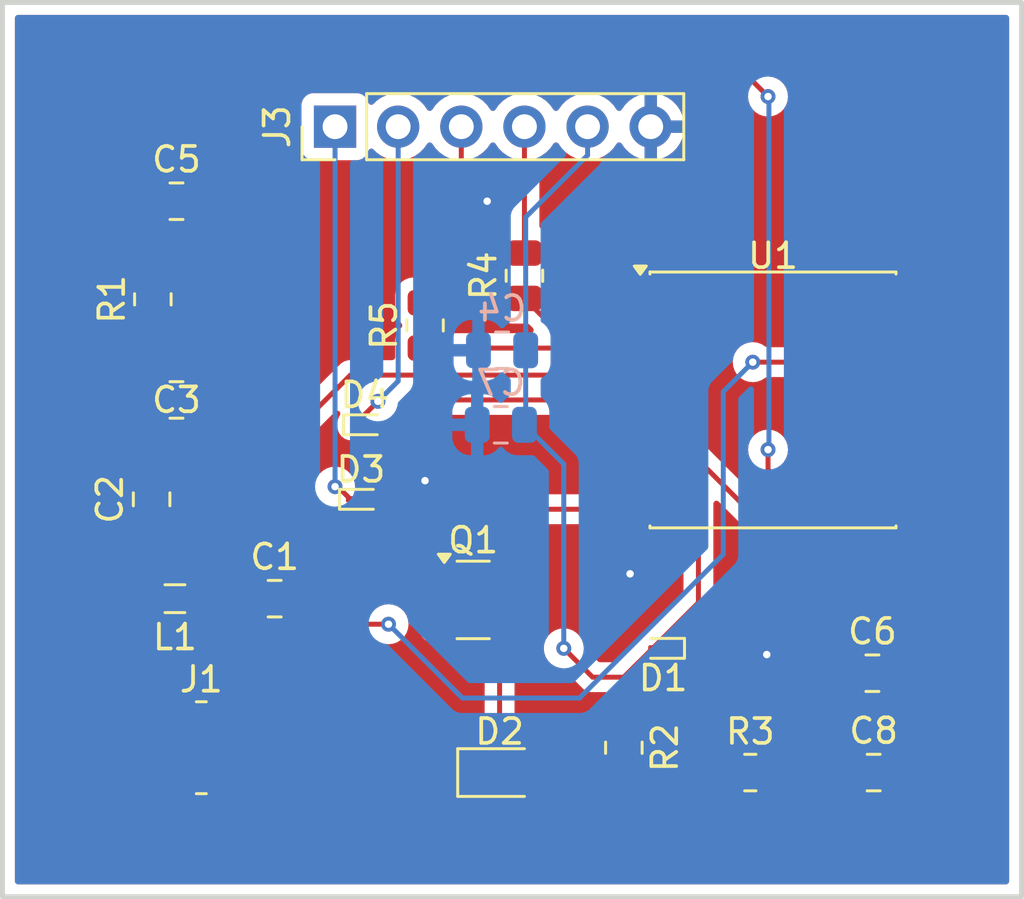
<source format=kicad_pcb>
(kicad_pcb (version 20240108) (generator "pcbnew") (generator_version "8.0")
  (layers (0 "F.Cu" signal) (31 "B.Cu" signal) (34 "B.Paste" user) (35 "F.Paste" user) (36 "B.SilkS" user "B.Silkscreen") (37 "F.SilkS" user "F.Silkscreen") (38 "B.Mask" user) (39 "F.Mask" user) (44 "Edge.Cuts" user))
  (net 0 "")
  (net 1 "VCC_RF")
  (net 2 "GND")
  (net 3 "Net-(C2-Pad2)")
  (net 4 "Net-(J1-In)")
  (net 5 "VDD_3.3V")
  (net 6 "RF_IN")
  (net 7 "V_BCKP")
  (net 8 "Net-(D2-A)")
  (net 9 "Net-(D2-K)")
  (net 10 "Net-(D3A-A)")
  (net 11 "Net-(D4A-A)")
  (net 12 "GPS_TX")
  (net 13 "GPS_RX")
  (net 14 "1PPS")
  (net 15 "Net-(D1A-K)")
  (net 16 "Net-(U1-TXD1)")
  (net 17 "Net-(U1-RXD1)")
  (net 23 "ANTON_GPS")
  (net 24 "standby")
  (net 25 "GPS_reset")
  (footprint "Diode_SMD:D_SOD-923" (layer "F.Cu") (at 155.58 90 180)
    (property "Reference" "D1" (at 0 -1.2 0) (layer "F.SilkS"))
    (property "Value" "RB521CM-30")
    (fp_line (start 0.5 0.4) (end -0.86 0.4) (stroke (width 0.12)) (layer "F.SilkS"))
    (fp_line (start 0.5 -0.4) (end -0.86 -0.4) (stroke (width 0.12)) (layer "F.SilkS"))
    (fp_line (start -0.86 -0.4) (end -0.86 0.4) (stroke (width 0.12)) (layer "F.SilkS"))
    (pad "1" smd roundrect (at -0.42 0) (size 0.36 0.25) (layers "F.Cu" "F.Paste" "F.Mask") (net 15 "Net-(D1A-K)"))
    (pad "2" smd roundrect (at 0.42 0) (size 0.36 0.25) (layers "F.Cu" "F.Paste" "F.Mask") (net 5 "VDD_3.3V"))
  )
  (footprint "Resistor_SMD:R_0805_2012Metric" (layer "F.Cu") (at 146 77 90)
    (property "Reference" "R5" (at 0 -1.65 90) (layer "F.SilkS"))
    (property "Value" "100R")
    (fp_line (start -0.227064 -0.735) (end 0.227064 -0.735) (stroke (width 0.12)) (layer "F.SilkS"))
    (fp_line (start -0.227064 0.735) (end 0.227064 0.735) (stroke (width 0.12)) (layer "F.SilkS"))
    (pad "1" smd roundrect (at -0.9125 0 90) (size 1.025 1.4) (layers "F.Cu" "F.Paste" "F.Mask") (roundrect_rratio 0.243902) (net 17 "Net-(U1-RXD1)"))
    (pad "2" smd roundrect (at 0.9125 0 90) (size 1.025 1.4) (layers "F.Cu" "F.Paste" "F.Mask") (roundrect_rratio 0.243902) (net 13 "GPS_RX"))
  )
  (footprint "Capacitor_SMD:C_0805_2012Metric" (layer "F.Cu") (at 136 72)
    (property "Reference" "C5" (at 0 -1.68 0) (layer "F.SilkS"))
    (property "Value" "DNP_0805")
    (fp_line (start -0.261252 -0.735) (end 0.261252 -0.735) (stroke (width 0.12)) (layer "F.SilkS"))
    (fp_line (start -0.261252 0.735) (end 0.261252 0.735) (stroke (width 0.12)) (layer "F.SilkS"))
    (pad "1" smd roundrect (at -0.95 0) (size 1 1.45) (layers "F.Cu" "F.Paste" "F.Mask") (net 6 "RF_IN"))
    (pad "2" smd roundrect (at 0.95 0) (size 1 1.45) (layers "F.Cu" "F.Paste" "F.Mask") (net 2 "GND"))
  )
  (footprint "Diode_SMD:D_SOD-923" (layer "F.Cu") (at 143.42 84)
    (property "Reference" "D3" (at 0 -1.2 0) (layer "F.SilkS"))
    (property "Value" "RB521CM-30")
    (fp_line (start -0.86 -0.4) (end -0.86 0.4) (stroke (width 0.12)) (layer "F.SilkS"))
    (fp_line (start 0.5 -0.4) (end -0.86 -0.4) (stroke (width 0.12)) (layer "F.SilkS"))
    (fp_line (start 0.5 0.4) (end -0.86 0.4) (stroke (width 0.12)) (layer "F.SilkS"))
    (pad "1" smd roundrect (at -0.42 0 180) (size 0.36 0.25) (layers "F.Cu" "F.Paste" "F.Mask") (net 25 "GPS_reset"))
    (pad "2" smd roundrect (at 0.42 0 180) (size 0.36 0.25) (layers "F.Cu" "F.Paste" "F.Mask") (net 10 "Net-(D3A-A)"))
  )
  (footprint "LED_SMD:LED_0805_2012Metric" (layer "F.Cu") (at 149 95)
    (property "Reference" "D2" (at 0 -1.65 0) (layer "F.SilkS"))
    (property "Value" "LED")
    (fp_line (start -1.685 -0.96) (end -1.685 0.96) (stroke (width 0.12)) (layer "F.SilkS"))
    (fp_line (start -1.685 0.96) (end 1 0.96) (stroke (width 0.12)) (layer "F.SilkS"))
    (fp_line (start 1 -0.96) (end -1.685 -0.96) (stroke (width 0.12)) (layer "F.SilkS"))
    (pad "1" smd roundrect (at -0.9375 0) (size 0.975 1.4) (layers "F.Cu" "F.Paste" "F.Mask") (net 9 "Net-(D2-K)"))
    (pad "2" smd roundrect (at 0.9375 0) (size 0.975 1.4) (layers "F.Cu" "F.Paste" "F.Mask") (net 8 "Net-(D2-A)"))
  )
  (footprint "Capacitor_SMD:C_0805_2012Metric" (layer "F.Cu") (at 164.05 95)
    (property "Reference" "C8" (at 0 -1.68 0) (layer "F.SilkS"))
    (property "Value" "100nF")
    (fp_line (start -0.261252 -0.735) (end 0.261252 -0.735) (stroke (width 0.12)) (layer "F.SilkS"))
    (fp_line (start -0.261252 0.735) (end 0.261252 0.735) (stroke (width 0.12)) (layer "F.SilkS"))
    (pad "1" smd roundrect (at -0.95 0) (size 1 1.45) (layers "F.Cu" "F.Paste" "F.Mask") (net 7 "V_BCKP"))
    (pad "2" smd roundrect (at 0.95 0) (size 1 1.45) (layers "F.Cu" "F.Paste" "F.Mask") (net 2 "GND"))
  )
  (footprint "Capacitor_SMD:C_0805_2012Metric" (layer "F.Cu") (at 164 91)
    (property "Reference" "C6" (at 0 -1.68 0) (layer "F.SilkS"))
    (property "Value" "4.7µF")
    (fp_line (start -0.261252 -0.735) (end 0.261252 -0.735) (stroke (width 0.12)) (layer "F.SilkS"))
    (fp_line (start -0.261252 0.735) (end 0.261252 0.735) (stroke (width 0.12)) (layer "F.SilkS"))
    (pad "1" smd roundrect (at -0.95 0) (size 1 1.45) (layers "F.Cu" "F.Paste" "F.Mask") (net 7 "V_BCKP"))
    (pad "2" smd roundrect (at 0.95 0) (size 1 1.45) (layers "F.Cu" "F.Paste" "F.Mask") (net 2 "GND"))
  )
  (footprint "Inductor_SMD:L_0805_2012Metric" (layer "F.Cu") (at 135.9375 88 180)
    (property "Reference" "L1" (at 0 -1.55 0) (layer "F.SilkS"))
    (property "Value" "47nH")
    (fp_line (start -0.399622 0.56) (end 0.399622 0.56) (stroke (width 0.12)) (layer "F.SilkS"))
    (fp_line (start -0.399622 -0.56) (end 0.399622 -0.56) (stroke (width 0.12)) (layer "F.SilkS"))
    (pad "1" smd roundrect (at -1.0625 0 180) (size 0.875 1.2) (layers "F.Cu" "F.Paste" "F.Mask") (net 1 "VCC_RF"))
    (pad "2" smd roundrect (at 1.0625 0 180) (size 0.875 1.2) (layers "F.Cu" "F.Paste" "F.Mask") (net 4 "Net-(J1-In)"))
  )
  (footprint "Resistor_SMD:R_0805_2012Metric" (layer "F.Cu") (at 150 75 90)
    (property "Reference" "R4" (at 0 -1.65 90) (layer "F.SilkS"))
    (property "Value" "100R")
    (fp_line (start -0.227064 -0.735) (end 0.227064 -0.735) (stroke (width 0.12)) (layer "F.SilkS"))
    (fp_line (start -0.227064 0.735) (end 0.227064 0.735) (stroke (width 0.12)) (layer "F.SilkS"))
    (pad "1" smd roundrect (at -0.9125 0 90) (size 1.025 1.4) (layers "F.Cu" "F.Paste" "F.Mask") (roundrect_rratio 0.243902) (net 16 "Net-(U1-TXD1)"))
    (pad "2" smd roundrect (at 0.9125 0 90) (size 1.025 1.4) (layers "F.Cu" "F.Paste" "F.Mask") (roundrect_rratio 0.243902) (net 12 "GPS_TX"))
  )
  (footprint "Package_TO_SOT_SMD:SOT-23" (layer "F.Cu") (at 147.9375 88.05)
    (property "Reference" "Q1" (at 0 -2.4 0) (layer "F.SilkS"))
    (property "Value" "IRLML6244")
    (fp_line (start 0 -1.56) (end -0.65 -1.56) (stroke (width 0.12)) (layer "F.SilkS"))
    (fp_line (start 0 -1.56) (end 0.65 -1.56) (stroke (width 0.12)) (layer "F.SilkS"))
    (fp_line (start 0 1.56) (end -0.65 1.56) (stroke (width 0.12)) (layer "F.SilkS"))
    (fp_line (start 0 1.56) (end 0.65 1.56) (stroke (width 0.12)) (layer "F.SilkS"))
    (fp_poly (pts (xy -1.1625 -1.51) (xy -1.4025 -1.84) (xy -0.9225 -1.84) (xy -1.1625 -1.51)) (stroke (width 0.12)) (fill solid) (layer "F.SilkS"))
    (pad "1" smd roundrect (at -0.9375 -0.95) (size 1.475 0.6) (layers "F.Cu" "F.Paste" "F.Mask") (net 14 "1PPS"))
    (pad "2" smd roundrect (at -0.9375 0.95) (size 1.475 0.6) (layers "F.Cu" "F.Paste" "F.Mask") (net 2 "GND"))
    (pad "3" smd roundrect (at 0.9375 0) (size 1.475 0.6) (layers "F.Cu" "F.Paste" "F.Mask") (net 9 "Net-(D2-K)"))
  )
  (footprint "Capacitor_SMD:C_0805_2012Metric" (layer "F.Cu") (at 139.95 88)
    (property "Reference" "C1" (at 0 -1.68 0) (layer "F.SilkS"))
    (property "Value" "100nF")
    (fp_line (start -0.261252 -0.735) (end 0.261252 -0.735) (stroke (width 0.12)) (layer "F.SilkS"))
    (fp_line (start -0.261252 0.735) (end 0.261252 0.735) (stroke (width 0.12)) (layer "F.SilkS"))
    (pad "1" smd roundrect (at -0.95 0) (size 1 1.45) (layers "F.Cu" "F.Paste" "F.Mask") (net 1 "VCC_RF"))
    (pad "2" smd roundrect (at 0.95 0) (size 1 1.45) (layers "F.Cu" "F.Paste" "F.Mask") (net 2 "GND"))
  )
  (footprint "Capacitor_SMD:C_0805_2012Metric" (layer "F.Cu") (at 136 80)
    (property "Reference" "C3" (at 0 0 0) (layer "F.SilkS"))
    (property "Value" "DNP_0805")
    (fp_line (start -0.261252 -0.735) (end 0.261252 -0.735) (stroke (width 0.12)) (layer "F.SilkS"))
    (fp_line (start -0.261252 0.735) (end 0.261252 0.735) (stroke (width 0.12)) (layer "F.SilkS"))
    (pad "1" smd roundrect (at -0.95 0) (size 1 1.45) (layers "F.Cu" "F.Paste" "F.Mask") (net 3 "Net-(C2-Pad2)"))
    (pad "2" smd roundrect (at 0.95 0) (size 1 1.45) (layers "F.Cu" "F.Paste" "F.Mask") (net 2 "GND"))
  )
  (footprint "Capacitor_SMD:C_0805_2012Metric" (layer "F.Cu") (at 135 84 90)
    (property "Reference" "C2" (at 0 -1.68 90) (layer "F.SilkS"))
    (property "Value" "100pF")
    (fp_line (start -0.261252 -0.735) (end 0.261252 -0.735) (stroke (width 0.12)) (layer "F.SilkS"))
    (fp_line (start -0.261252 0.735) (end 0.261252 0.735) (stroke (width 0.12)) (layer "F.SilkS"))
    (pad "1" smd roundrect (at -0.95 0 90) (size 1 1.45) (layers "F.Cu" "F.Paste" "F.Mask") (net 4 "Net-(J1-In)"))
    (pad "2" smd roundrect (at 0.95 0 90) (size 1 1.45) (layers "F.Cu" "F.Paste" "F.Mask") (net 3 "Net-(C2-Pad2)"))
  )
  (footprint "Resistor_SMD:R_0805_2012Metric" (layer "F.Cu") (at 135.05 75.95 90)
    (property "Reference" "R1" (at 0 -1.65 90) (layer "F.SilkS"))
    (property "Value" "0R")
    (fp_line (start -0.227064 -0.735) (end 0.227064 -0.735) (stroke (width 0.12)) (layer "F.SilkS"))
    (fp_line (start -0.227064 0.735) (end 0.227064 0.735) (stroke (width 0.12)) (layer "F.SilkS"))
    (pad "1" smd roundrect (at -0.9125 0 90) (size 1.025 1.4) (layers "F.Cu" "F.Paste" "F.Mask") (roundrect_rratio 0.243902) (net 3 "Net-(C2-Pad2)"))
    (pad "2" smd roundrect (at 0.9125 0 90) (size 1.025 1.4) (layers "F.Cu" "F.Paste" "F.Mask") (roundrect_rratio 0.243902) (net 6 "RF_IN"))
  )
  (footprint "RF_GPS:Quectel_L76" (layer "F.Cu") (at 160 80)
    (property "Reference" "U1" (at 0 -5.8 0) (layer "F.SilkS"))
    (property "Value" "L76-R")
    (fp_line (start -4.95 -5.07) (end -4.95 -5.15) (stroke (width 0.12)) (layer "F.SilkS"))
    (fp_line (start -4.95 5.07) (end -4.95 5.15) (stroke (width 0.12)) (layer "F.SilkS"))
    (fp_line (start -4.95 5.15) (end 4.95 5.15) (stroke (width 0.12)) (layer "F.SilkS"))
    (fp_line (start 4.95 -5.15) (end -4.95 -5.15) (stroke (width 0.12)) (layer "F.SilkS"))
    (fp_line (start 4.95 -5.07) (end 4.95 -5.15) (stroke (width 0.12)) (layer "F.SilkS"))
    (fp_line (start 4.95 5.07) (end 4.95 5.15) (stroke (width 0.12)) (layer "F.SilkS"))
    (fp_poly (pts (xy -5.34 -5.06) (xy -5.58 -5.39) (xy -5.1 -5.39) (xy -5.34 -5.06)) (stroke (width 0.12)) (fill solid) (layer "F.SilkS"))
    (pad "1" smd roundrect (at -4.85 -4.4) (size 1.8 0.8) (layers "F.Cu" "F.Paste" "F.Mask") (net 2 "GND"))
    (pad "2" smd roundrect (at -4.85 -3.3) (size 1.8 0.8) (layers "F.Cu" "F.Paste" "F.Mask") (net 16 "Net-(U1-TXD1)"))
    (pad "3" smd roundrect (at -4.85 -2.2) (size 1.8 0.8) (layers "F.Cu" "F.Paste" "F.Mask") (net 17 "Net-(U1-RXD1)"))
    (pad "4" smd roundrect (at -4.85 -1.1) (size 1.8 0.8) (layers "F.Cu" "F.Paste" "F.Mask") (net 14 "1PPS"))
    (pad "5" smd roundrect (at -4.85 0) (size 1.8 0.8) (layers "F.Cu" "F.Paste" "F.Mask") (net 11 "Net-(D4A-A)"))
    (pad "6" smd roundrect (at -4.85 1.1) (size 1.8 0.8) (layers "F.Cu" "F.Paste" "F.Mask") (net 7 "V_BCKP"))
    (pad "7" smd roundrect (at -4.85 2.2) (size 1.8 0.8) (layers "F.Cu" "F.Paste" "F.Mask"))
    (pad "8" smd roundrect (at -4.85 3.3) (size 1.8 0.8) (layers "F.Cu" "F.Paste" "F.Mask") (net 5 "VDD_3.3V"))
    (pad "9" smd roundrect (at -4.85 4.4) (size 1.8 0.8) (layers "F.Cu" "F.Paste" "F.Mask") (net 10 "Net-(D3A-A)"))
    (pad "10" smd roundrect (at 4.85 4.4) (size 1.8 0.8) (layers "F.Cu" "F.Paste" "F.Mask") (net 2 "GND"))
    (pad "11" smd roundrect (at 4.85 3.3) (size 1.8 0.8) (layers "F.Cu" "F.Paste" "F.Mask") (net 6 "RF_IN"))
    (pad "12" smd roundrect (at 4.85 2.2) (size 1.8 0.8) (layers "F.Cu" "F.Paste" "F.Mask") (net 2 "GND"))
    (pad "13" smd roundrect (at 4.85 1.1) (size 1.8 0.8) (layers "F.Cu" "F.Paste" "F.Mask") (net 23 "ANTON_GPS"))
    (pad "14" smd roundrect (at 4.85 0) (size 1.8 0.8) (layers "F.Cu" "F.Paste" "F.Mask") (net 1 "VCC_RF"))
    (pad "15" smd roundrect (at 4.85 -1.1) (size 1.8 0.8) (layers "F.Cu" "F.Paste" "F.Mask"))
    (pad "16" smd roundrect (at 4.85 -2.2) (size 1.8 0.8) (layers "F.Cu" "F.Paste" "F.Mask"))
    (pad "17" smd roundrect (at 4.85 -3.3) (size 1.8 0.8) (layers "F.Cu" "F.Paste" "F.Mask"))
    (pad "18" smd roundrect (at 4.85 -4.4) (size 1.8 0.8) (layers "F.Cu" "F.Paste" "F.Mask"))
  )
  (footprint "Connector_Coaxial:WR-MMCX_Wuerth_66012102111404_Vertical" (layer "F.Cu") (at 137 94)
    (property "Reference" "J1" (at 0 -2.75 0) (layer "F.SilkS"))
    (property "Value" "Antenne_GPS")
    (fp_line (start -0.2 -1.85) (end 0.2 -1.85) (stroke (width 0.12)) (layer "F.SilkS"))
    (fp_line (start 0.2 1.85) (end -0.2 1.85) (stroke (width 0.12)) (layer "F.SilkS"))
    (pad "1" smd circle (at 0 0) (size 1.47 1.47) (layers "F.Cu" "F.Paste" "F.Mask") (net 4 "Net-(J1-In)"))
    (pad "2" smd custom (at -1.71 0) (size 0.5 0.5) (layers "F.Cu" "F.Mask") (net 2 "GND") (options (clearance outline) (anchor circle)) (primitives (gr_poly (pts (xy -0.395 -2.11) (xy -0.395 2.11) (xy 1.175 2.11) (xy 1.175 1.1793) (xy 1.072058 1.129954) (xy 0.883921 1.000689) (xy 0.721347 0.840456) (xy 0.589367 0.654213) (xy 0.492065 0.447725) (xy 0.432453 0.227381) (xy 0.412375 0) (xy 0.432453 -0.227381) (xy 0.492065 -0.447725) (xy 0.589367 -0.654213) (xy 0.721347 -0.840456) (xy 0.883921 -1.000689) (xy 1.072058 -1.129954) (xy 1.175 -1.1793) (xy 1.175 -2.11)) (width 0.001) (fill yes))))
    (pad "2" smd custom (at 1.67 0) (size 0.5 0.5) (layers "F.Cu" "F.Mask") (net 2 "GND") (options (clearance outline) (anchor circle)) (primitives (gr_poly (pts (xy -0.452065 -0.447725) (xy -0.392453 -0.227381) (xy -0.372375 0) (xy -0.392453 0.227381) (xy -0.452065 0.447725) (xy -0.549367 0.654213) (xy -0.681347 0.840456) (xy -0.843921 1.000689) (xy -1.032058 1.129954) (xy -1.135 1.1793) (xy -1.135 2.11) (xy 0.435 2.11) (xy 0.435 -2.11) (xy -1.135 -2.11) (xy -1.135 -1.1793) (xy -1.032058 -1.129954) (xy -0.843921 -1.000689) (xy -0.681347 -0.840456) (xy -0.549367 -0.654213)) (width 0.001) (fill yes))))
  )
  (footprint "Resistor_SMD:R_0805_2012Metric" (layer "F.Cu") (at 159.0875 95)
    (property "Reference" "R3" (at 0 -1.65 0) (layer "F.SilkS"))
    (property "Value" "1K")
    (fp_line (start -0.227064 -0.735) (end 0.227064 -0.735) (stroke (width 0.12)) (layer "F.SilkS"))
    (fp_line (start -0.227064 0.735) (end 0.227064 0.735) (stroke (width 0.12)) (layer "F.SilkS"))
    (pad "1" smd roundrect (at -0.9125 0) (size 1.025 1.4) (layers "F.Cu" "F.Paste" "F.Mask") (roundrect_rratio 0.243902) (net 15 "Net-(D1A-K)"))
    (pad "2" smd roundrect (at 0.9125 0) (size 1.025 1.4) (layers "F.Cu" "F.Paste" "F.Mask") (roundrect_rratio 0.243902) (net 7 "V_BCKP"))
  )
  (footprint "Connector_PinHeader_2.54mm:PinHeader_1x06_P2.54mm_Vertical" (layer "F.Cu") (at 142.38 69 90)
    (property "Reference" "J3" (at 0 -2.33 90) (layer "F.SilkS"))
    (property "Value" "Conn_01x06_Pin")
    (fp_line (start -1.33 -1.33) (end 0 -1.33) (stroke (width 0.12)) (layer "F.SilkS"))
    (fp_line (start -1.33 0) (end -1.33 -1.33) (stroke (width 0.12)) (layer "F.SilkS"))
    (fp_line (start 1.33 1.27) (end 1.33 14.03) (stroke (width 0.12)) (layer "F.SilkS"))
    (fp_line (start -1.33 1.27) (end 1.33 1.27) (stroke (width 0.12)) (layer "F.SilkS"))
    (fp_line (start -1.33 1.27) (end -1.33 14.03) (stroke (width 0.12)) (layer "F.SilkS"))
    (fp_line (start -1.33 14.03) (end 1.33 14.03) (stroke (width 0.12)) (layer "F.SilkS"))
    (pad "1" thru_hole rect (at 0 0 90) (size 1.7 1.7) (drill 1) (layers "*.Cu" "*.Mask") (net 25 "GPS_reset"))
    (pad "2" thru_hole oval (at 0 2.54 90) (size 1.7 1.7) (drill 1) (layers "*.Cu" "*.Mask") (net 24 "standby"))
    (pad "3" thru_hole oval (at 0 5.08 90) (size 1.7 1.7) (drill 1) (layers "*.Cu" "*.Mask") (net 13 "GPS_RX"))
    (pad "4" thru_hole oval (at 0 7.62 90) (size 1.7 1.7) (drill 1) (layers "*.Cu" "*.Mask") (net 12 "GPS_TX"))
    (pad "5" thru_hole oval (at 0 10.16 90) (size 1.7 1.7) (drill 1) (layers "*.Cu" "*.Mask") (net 5 "VDD_3.3V"))
    (pad "6" thru_hole oval (at 0 12.7 90) (size 1.7 1.7) (drill 1) (layers "*.Cu" "*.Mask") (net 2 "GND"))
  )
  (footprint "Diode_SMD:D_SOD-923" (layer "F.Cu") (at 143.58 81)
    (property "Reference" "D4" (at 0 -1.2 0) (layer "F.SilkS"))
    (property "Value" "RB521CM-30")
    (fp_line (start -0.86 -0.4) (end -0.86 0.4) (stroke (width 0.12)) (layer "F.SilkS"))
    (fp_line (start 0.5 -0.4) (end -0.86 -0.4) (stroke (width 0.12)) (layer "F.SilkS"))
    (fp_line (start 0.5 0.4) (end -0.86 0.4) (stroke (width 0.12)) (layer "F.SilkS"))
    (pad "1" smd roundrect (at -0.42 0 180) (size 0.36 0.25) (layers "F.Cu" "F.Paste" "F.Mask") (net 24 "standby"))
    (pad "2" smd roundrect (at 0.42 0 180) (size 0.36 0.25) (layers "F.Cu" "F.Paste" "F.Mask") (net 11 "Net-(D4A-A)"))
  )
  (footprint "Resistor_SMD:R_0805_2012Metric" (layer "F.Cu") (at 154 94 -90)
    (property "Reference" "R2" (at 0 -1.65 90) (layer "F.SilkS"))
    (property "Value" "330R")
    (fp_line (start -0.227064 0.735) (end 0.227064 0.735) (stroke (width 0.12)) (layer "F.SilkS"))
    (fp_line (start -0.227064 -0.735) (end 0.227064 -0.735) (stroke (width 0.12)) (layer "F.SilkS"))
    (pad "1" smd roundrect (at -0.9125 0 270) (size 1.025 1.4) (layers "F.Cu" "F.Paste" "F.Mask") (roundrect_rratio 0.243902) (net 5 "VDD_3.3V"))
    (pad "2" smd roundrect (at 0.9125 0 270) (size 1.025 1.4) (layers "F.Cu" "F.Paste" "F.Mask") (roundrect_rratio 0.243902) (net 8 "Net-(D2-A)"))
  )
  (footprint "Capacitor_SMD:C_0805_2012Metric" (layer "B.Cu") (at 149.05 81 180)
    (property "Reference" "C7" (at 0 1.68 0) (layer "B.SilkS") (effects (justify mirror)))
    (property "Value" "100nF")
    (fp_line (start 0.261252 0.735) (end -0.261252 0.735) (stroke (width 0.12)) (layer "B.SilkS"))
    (fp_line (start 0.261252 -0.735) (end -0.261252 -0.735) (stroke (width 0.12)) (layer "B.SilkS"))
    (pad "1" smd roundrect (at -0.95 0 180) (size 1 1.45) (layers "B.Cu" "B.Paste" "B.Mask") (net 5 "VDD_3.3V"))
    (pad "2" smd roundrect (at 0.95 0 180) (size 1 1.45) (layers "B.Cu" "B.Paste" "B.Mask") (net 2 "GND"))
  )
  (footprint "Capacitor_SMD:C_0805_2012Metric" (layer "B.Cu") (at 149.1 78 180)
    (property "Reference" "C4" (at 0 1.68 0) (layer "B.SilkS") (effects (justify mirror)))
    (property "Value" "4.7µF")
    (fp_line (start 0.261252 0.735) (end -0.261252 0.735) (stroke (width 0.12)) (layer "B.SilkS"))
    (fp_line (start 0.261252 -0.735) (end -0.261252 -0.735) (stroke (width 0.12)) (layer "B.SilkS"))
    (pad "1" smd roundrect (at -0.95 0 180) (size 1 1.45) (layers "B.Cu" "B.Paste" "B.Mask") (net 5 "VDD_3.3V"))
    (pad "2" smd roundrect (at 0.95 0 180) (size 1 1.45) (layers "B.Cu" "B.Paste" "B.Mask") (net 2 "GND"))
  )
  (gr_rect (start 129 64) (end 170 100) (stroke (width 0.2)) (fill none) (layer "Edge.Cuts"))
  (segment (start 140.0277 89.0277) (end 139 88) (width 0.2) (layer "F.Cu") (net 1))
  (segment (start 139 88) (end 137 88) (width 0.2) (layer "F.Cu") (net 1))
  (segment (start 161.4784 78.4784) (end 159.1862 78.4784) (width 0.2) (layer "F.Cu") (net 1))
  (segment (start 164.85 80) (end 163 80) (width 0.2) (layer "F.Cu") (net 1))
  (segment (start 144.5311 89.0277) (end 140.0277 89.0277) (width 0.2) (layer "F.Cu") (net 1))
  (segment (start 163 80) (end 161.4784 78.4784) (width 0.2) (layer "F.Cu") (net 1))
  (via (at 144.5311 89.0277) (size 0.6) (drill 0.3) (layers "F.Cu" "B.Cu") (net 1))
  (via (at 159.1862 78.4784) (size 0.6) (drill 0.3) (layers "F.Cu" "B.Cu") (net 1))
  (segment (start 159.1862 78.4784) (end 158 79.6646) (width 0.2) (layer "B.Cu") (net 1))
  (segment (start 147.5034 92) (end 144.5311 89.0277) (width 0.2) (layer "B.Cu") (net 1))
  (segment (start 158 79.6646) (end 158 86.2158) (width 0.2) (layer "B.Cu") (net 1))
  (segment (start 152.2158 92) (end 147.5034 92) (width 0.2) (layer "B.Cu") (net 1))
  (segment (start 158 86.2158) (end 152.2158 92) (width 0.2) (layer "B.Cu") (net 1))
  (segment (start 136.3473 95.0573) (end 137.6127 95.0573) (width 0.2) (layer "F.Cu") (net 2))
  (segment (start 164.85 82.2) (end 165.4158 82.2) (width 0.2) (layer "F.Cu") (net 2))
  (segment (start 164.95 91) (end 165 91.05) (width 0.2) (layer "F.Cu") (net 2))
  (segment (start 166.0986 83.7242) (end 165.4228 84.4) (width 0.2) (layer "F.Cu") (net 2))
  (segment (start 165.4158 82.2) (end 166.0986 82.8828) (width 0.2) (layer "F.Cu") (net 2))
  (segment (start 166.0986 82.8828) (end 166.0986 83.7242) (width 0.2) (layer "F.Cu") (net 2))
  (segment (start 155.08 75.0662) (end 155.08 75.53) (width 0.2) (layer "F.Cu") (net 2))
  (segment (start 136.95 76.9398) (end 136.95 80) (width 0.2) (layer "F.Cu") (net 2))
  (segment (start 135.29 94) (end 136.3473 95.0573) (width 0.2) (layer "F.Cu") (net 2))
  (segment (start 155.15 75.6) (end 155.6818 75.6) (width 0.2) (layer "F.Cu") (net 2))
  (segment (start 155.08 69) (end 155.08 75.0662) (width 0.2) (layer "F.Cu") (net 2))
  (segment (start 165.4228 84.4) (end 164.95 84.4) (width 0.2) (layer "F.Cu") (net 2))
  (segment (start 137.6127 95.0573) (end 138.67 94) (width 0.2) (layer "F.Cu") (net 2))
  (segment (start 164.95 84.4) (end 164.95 91) (width 0.2) (layer "F.Cu") (net 2))
  (segment (start 165 91.05) (end 165 95) (width 0.2) (layer "F.Cu") (net 2))
  (segment (start 136.95 72) (end 136.95 76.9398) (width 0.2) (layer "F.Cu") (net 2))
  (segment (start 155.08 75.53) (end 155.15 75.6) (width 0.2) (layer "F.Cu") (net 2))
  (segment (start 164.95 84.4) (end 164.85 84.4) (width 0.2) (layer "F.Cu") (net 2))
  (via (at 154.25 87) (size 0.6) (drill 0.3) (layers "F.Cu" "B.Cu") (net 2))
  (via (at 146 83.25) (size 0.6) (drill 0.3) (layers "F.Cu" "B.Cu") (net 2))
  (via (at 148.5 72) (size 0.6) (drill 0.3) (layers "F.Cu" "B.Cu") (net 2))
  (via (at 159.75 90.25) (size 0.6) (drill 0.3) (layers "F.Cu" "B.Cu") (net 2))
  (segment (start 148.1 78.05) (end 148.15 78) (width 0.2) (layer "B.Cu") (net 2))
  (segment (start 148.1 81) (end 148.1 78.05) (width 0.2) (layer "B.Cu") (net 2))
  (segment (start 135.05 83) (end 135.05 80) (width 0.2) (layer "F.Cu") (net 3))
  (segment (start 135 83.05) (end 135.05 83) (width 0.2) (layer "F.Cu") (net 3))
  (segment (start 135.05 80) (end 135.05 76.8625) (width 0.2) (layer "F.Cu") (net 3))
  (segment (start 135 84.95) (end 134.875 85.075) (width 0.2) (layer "F.Cu") (net 4))
  (segment (start 134.875 85.075) (end 134.875 88) (width 0.2) (layer "F.Cu") (net 4))
  (segment (start 137 94) (end 137 90.125) (width 0.2) (layer "F.Cu") (net 4))
  (segment (start 137 90.125) (end 134.875 88) (width 0.2) (layer "F.Cu") (net 4))
  (segment (start 157 84) (end 156.3 83.3) (width 0.2) (layer "F.Cu") (net 5))
  (segment (start 154.589075 90.570925) (end 154 91.16) (width 0.2) (layer "F.Cu") (net 5))
  (segment (start 155.16 90) (end 157 88.16) (width 0.2) (layer "F.Cu") (net 5))
  (segment (start 151.582 90) (end 152.742 91.16) (width 0.2) (layer "F.Cu") (net 5))
  (segment (start 154 91.16) (end 154 93.0875) (width 0.2) (layer "F.Cu") (net 5))
  (segment (start 156.3 83.3) (end 155.15 83.3) (width 0.2) (layer "F.Cu") (net 5))
  (segment (start 152.742 91.16) (end 154 91.16) (width 0.2) (layer "F.Cu") (net 5))
  (segment (start 157 88.16) (end 157 84) (width 0.2) (layer "F.Cu") (net 5))
  (segment (start 154 91.16) (end 155.16 90) (width 0.2) (layer "F.Cu") (net 5))
  (via (at 151.582 90) (size 0.6) (drill 0.3) (layers "F.Cu" "B.Cu") (net 5))
  (segment (start 151.582 82.582) (end 150 81) (width 0.2) (layer "B.Cu") (net 5))
  (segment (start 151.582 90) (end 151.582 82.582) (width 0.2) (layer "B.Cu") (net 5))
  (segment (start 150.05 80.95) (end 150.05 78) (width 0.2) (layer "B.Cu") (net 5))
  (segment (start 150.05 78) (end 150.05 72.6417) (width 0.2) (layer "B.Cu") (net 5))
  (segment (start 152.54 69) (end 152.54 70.1517) (width 0.2) (layer "B.Cu") (net 5))
  (segment (start 150.05 72.6417) (end 152.54 70.1517) (width 0.2) (layer "B.Cu") (net 5))
  (segment (start 150 81) (end 150.05 80.95) (width 0.2) (layer "B.Cu") (net 5))
  (segment (start 159.8005 82.8005) (end 160.65 83.65) (width 0.2) (layer "F.Cu") (net 6))
  (segment (start 135.05 72) (end 141.05 66) (width 0.2) (layer "F.Cu") (net 6))
  (segment (start 135.05 75.0375) (end 135.05 72) (width 0.2) (layer "F.Cu") (net 6))
  (segment (start 158.0138 66) (end 159.8005 67.7867) (width 0.2) (layer "F.Cu") (net 6))
  (segment (start 164.5 83.65) (end 164.85 83.3) (width 0.2) (layer "F.Cu") (net 6))
  (segment (start 141.05 66) (end 158.0138 66) (width 0.2) (layer "F.Cu") (net 6))
  (segment (start 160.65 83.65) (end 164.5 83.65) (width 0.2) (layer "F.Cu") (net 6))
  (segment (start 159.8005 82) (end 159.8005 82.8005) (width 0.2) (layer "F.Cu") (net 6))
  (via (at 159.8005 82) (size 0.6) (drill 0.3) (layers "F.Cu" "B.Cu") (net 6))
  (via (at 159.8005 67.7867) (size 0.6) (drill 0.3) (layers "F.Cu" "B.Cu") (net 6))
  (segment (start 159.8005 82) (end 159.8362 81.9643) (width 0.2) (layer "B.Cu") (net 6))
  (segment (start 159.8362 81.9643) (end 159.8362 67.8224) (width 0.2) (layer "B.Cu") (net 6))
  (segment (start 159.8362 67.8224) (end 159.8005 67.7867) (width 0.2) (layer "B.Cu") (net 6))
  (segment (start 163.1 95) (end 163.1 91.05) (width 0.2) (layer "F.Cu") (net 7))
  (segment (start 163.05 88.4777) (end 163.05 91) (width 0.2) (layer "F.Cu") (net 7))
  (segment (start 155.6723 81.1) (end 163.05 88.4777) (width 0.2) (layer "F.Cu") (net 7))
  (segment (start 163.1 95) (end 160 95) (width 0.2) (layer "F.Cu") (net 7))
  (segment (start 155.15 81.1) (end 155.6723 81.1) (width 0.2) (layer "F.Cu") (net 7))
  (segment (start 163.1 91.05) (end 163.05 91) (width 0.2) (layer "F.Cu") (net 7))
  (segment (start 149.9375 95) (end 153.9125 95) (width 0.2) (layer "F.Cu") (net 8))
  (segment (start 153.9125 95) (end 154 94.9125) (width 0.2) (layer "F.Cu") (net 8))
  (segment (start 148.0625 95) (end 149 94.0625) (width 0.2) (layer "F.Cu") (net 9))
  (segment (start 149 88.175) (end 148.875 88.05) (width 0.2) (layer "F.Cu") (net 9))
  (segment (start 149 94.0625) (end 149 88.175) (width 0.2) (layer "F.Cu") (net 9))
  (segment (start 144.24 84.4) (end 143.84 84) (width 0.2) (layer "F.Cu") (net 10))
  (segment (start 155.15 84.4) (end 144.24 84.4) (width 0.2) (layer "F.Cu") (net 10))
  (segment (start 144 81) (end 145 81) (width 0.2) (layer "F.Cu") (net 11))
  (segment (start 146 80) (end 155.15 80) (width 0.2) (layer "F.Cu") (net 11))
  (segment (start 145 81) (end 146 80) (width 0.2) (layer "F.Cu") (net 11))
  (segment (start 150 74.0875) (end 150 69) (width 0.2) (layer "F.Cu") (net 12))
  (segment (start 146 76.0875) (end 147.46 74.6275) (width 0.2) (layer "F.Cu") (net 13))
  (segment (start 147.46 74.6275) (end 147.46 69) (width 0.2) (layer "F.Cu") (net 13))
  (segment (start 155.05 79) (end 155.15 78.9) (width 0.2) (layer "F.Cu") (net 14))
  (segment (start 147 87.1) (end 144.1 87.1) (width 0.2) (layer "F.Cu") (net 14))
  (segment (start 141 81) (end 143 79) (width 0.2) (layer "F.Cu") (net 14))
  (segment (start 141 84) (end 141 81) (width 0.2) (layer "F.Cu") (net 14))
  (segment (start 144.1 87.1) (end 141 84) (width 0.2) (layer "F.Cu") (net 14))
  (segment (start 143 79) (end 155.05 79) (width 0.2) (layer "F.Cu") (net 14))
  (segment (start 156 90) (end 158.175 92.175) (width 0.2) (layer "F.Cu") (net 15))
  (segment (start 158.175 92.175) (end 158.175 95) (width 0.2) (layer "F.Cu") (net 15))
  (segment (start 150.7875 76.7) (end 155.15 76.7) (width 0.2) (layer "F.Cu") (net 16))
  (segment (start 150 75.9125) (end 150.7875 76.7) (width 0.2) (layer "F.Cu") (net 16))
  (segment (start 155.0375 77.9125) (end 155.15 77.8) (width 0.2) (layer "F.Cu") (net 17))
  (segment (start 146 77.9125) (end 155.0375 77.9125) (width 0.2) (layer "F.Cu") (net 17))
  (segment (start 144.104365 80.055636) (end 144.104364 80.055636) (width 0.2) (layer "F.Cu") (net 24))
  (segment (start 144.104364 80.055636) (end 143.16 81) (width 0.2) (layer "F.Cu") (net 24))
  (via (at 144.104365 80.055636) (size 0.6) (drill 0.3) (layers "F.Cu" "B.Cu") (net 24))
  (segment (start 144.104365 80.055636) (end 144.92 79.240001) (width 0.2) (layer "B.Cu") (net 24))
  (segment (start 144.92 79.240001) (end 144.92 69) (width 0.2) (layer "B.Cu") (net 24))
  (segment (start 142.4904 83.4904) (end 142.38 83.4904) (width 0.2) (layer "F.Cu") (net 25))
  (segment (start 143 84) (end 142.4904 83.4904) (width 0.2) (layer "F.Cu") (net 25))
  (via (at 142.38 83.4904) (size 0.6) (drill 0.3) (layers "F.Cu" "B.Cu") (net 25))
  (segment (start 142.38 69) (end 142.38 83.4904) (width 0.2) (layer "B.Cu") (net 25))
  (zone (net 2) (net_name "GND") (layers "F&B.Cu") (connect_pads (clearance 0.5)) (min_thickness 0.25) (fill yes (thermal_gap 0.5) (thermal_bridge_width 0.5))
    (polygon (pts (xy 129 64) (xy 170 64) (xy 170 100) (xy 129 100)))
  )
)
</source>
